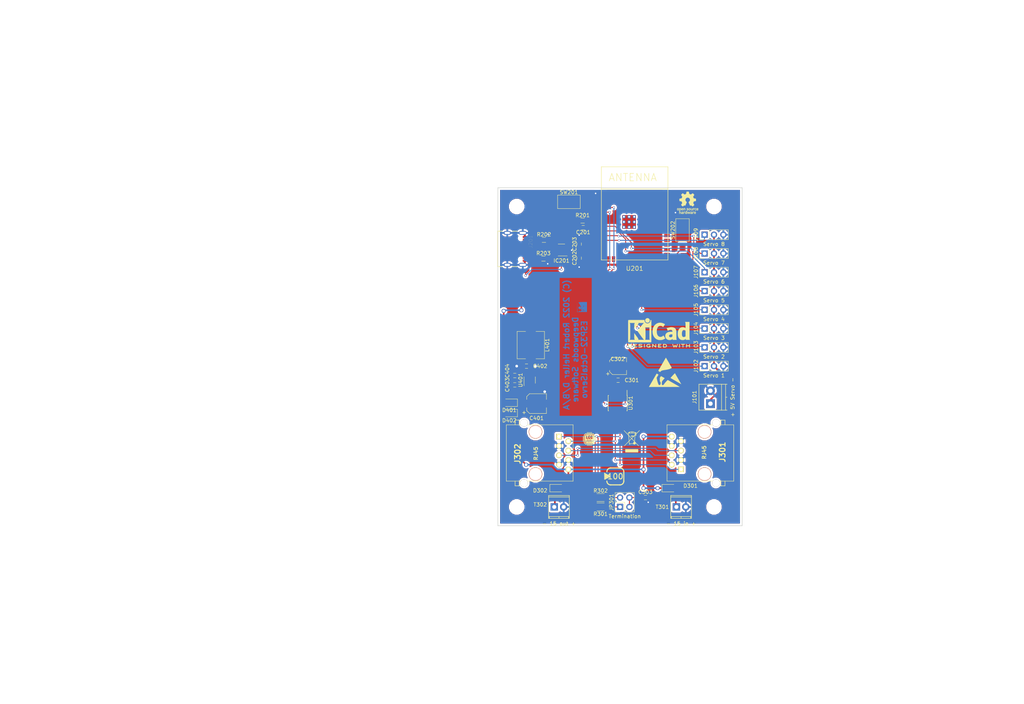
<source format=kicad_pcb>
(kicad_pcb (version 4) (host pcbnew 4.0.7+dfsg1-1ubuntu2)
  (layers (0 F.Cu signal) (31 B.Cu signal) (34 B.Paste user) (35 F.Paste user) (36 B.SilkS user) (37 F.SilkS user) (38 B.Mask user) (39 F.Mask user) (44 Edge.Cuts user))
  (net 0 "")
  (net 1 GND)
  (net 2 +3V3)
  (net 3 "Net-(C303-Pad1)")
  (net 4 "CAN +12V")
  (net 5 "Net-(D301-Pad2)")
  (net 6 "Net-(D302-Pad1)")
  (net 7 "/CAN Transciver/CANH")
  (net 8 "/CAN Transciver/CANL")
  (net 9 "Net-(J301-Pad4)")
  (net 10 "Net-(J301-Pad5)")
  (net 11 "Net-(JP301-Pad1)")
  (net 12 "Net-(JP301-Pad2)")
  (net 13 "/CAN Transciver/CAN_TX")
  (net 14 "/CAN Transciver/CAN_RX")
  (net 15 "Net-(U301-Pad5)")
  (net 16 "Net-(U301-Pad8)")
  (net 17 "Net-(J101-Pad1)")
  (net 18 /MCU/Servo0)
  (net 19 /MCU/Servo1)
  (net 20 /MCU/Servo2)
  (net 21 /MCU/Servo3)
  (net 22 /MCU/Servo4)
  (net 23 /MCU/Servo5)
  (net 24 /MCU/Servo6)
  (net 25 /MCU/Servo7)
  (net 26 "Net-(C402-Pad2)")
  (net 27 "Net-(C402-Pad1)")
  (net 28 /MCU/RESET)
  (net 29 /MCU/D-)
  (net 30 /MCU/D+)
  (net 31 "Net-(C401-Pad1)")
  (net 32 VBUS)
  (net 33 "Net-(IC201-Pad4)")
  (net 34 "Net-(IC201-Pad6)")
  (net 35 "Net-(J201-PadA8)")
  (net 36 "Net-(J201-PadB5)")
  (net 37 "Net-(J201-PadA5)")
  (net 38 "Net-(J201-PadB8)")
  (net 39 /MCU/BOOT)
  (net 40 "Net-(U201-Pad6)")
  (net 41 "Net-(U201-Pad7)")
  (net 42 "Net-(U201-Pad12)")
  (net 43 "Net-(U201-Pad15)")
  (net 44 "Net-(U201-Pad16)")
  (net 45 "Net-(U201-Pad17)")
  (net 46 "Net-(U201-Pad18)")
  (net 47 "Net-(U201-Pad23)")
  (net 48 "Net-(U201-Pad24)")
  (net 49 "Net-(U201-Pad25)")
  (net 50 "Net-(U201-Pad26)")
  (net 51 "Net-(U201-Pad28)")
  (net 52 "Net-(U201-Pad29)")
  (net 53 "Net-(U201-Pad30)")
  (net 54 "Net-(U201-Pad31)")
  (net 55 "Net-(U201-Pad32)")
  (net 56 "Net-(U201-Pad33)")
  (net 57 "Net-(U201-Pad34)")
  (net 58 "Net-(U201-Pad35)")
  (net 59 "Net-(U201-Pad36)")
  (net 60 "Net-(U201-Pad37)")
  (net 61 "Net-(U201-Pad38)")
  (net 62 "Net-(U201-Pad39)")
  (net 63 "Net-(U201-PadEPad)")
  (module Pin_Headers:Pin_Header_Straight_1x03_Pitch2.54mm (layer F.Cu) (at 200.66 104.14 90)
    (fp_text reference J103 (at 0 -2.33 90) (layer F.SilkS))
    (fp_text value "Servo 2" (at -2.54 2.54 180) (layer F.SilkS))
    (pad 1 thru_hole rect (at 0 0 90) (size 1.7 1.7) (drill 1) (layers *.Cu *.Mask) (net 19 /MCU/Servo1))
    (pad 2 thru_hole oval (at 0 2.54 90) (size 1.7 1.7) (drill 1) (layers *.Cu *.Mask) (net 17 "Net-(J101-Pad1)"))
    (pad 3 thru_hole oval (at 0 5.08 90) (size 1.7 1.7) (drill 1) (layers *.Cu *.Mask) (net 1 GND))
  )
  (module Inductors_SMD:L_7.3x7.3_H4.5 (layer F.Cu) (at 153.67 103.53 270)
    (fp_text reference L401 (at 0 -4.45 270) (layer F.SilkS))
    (fp_text value 3.9uH)
    (pad 1 smd rect (at -3.2 0 270) (size 1.5 2.2) (layers F.Cu F.Paste F.Mask) (net 2 +3V3))
    (pad 2 smd rect (at 3.2 0 270) (size 1.5 2.2) (layers F.Cu F.Paste F.Mask) (net 26 "Net-(C402-Pad2)"))
  )
  (module Capacitors_SMD:C_0603 (layer F.Cu) (at 177.28 113.03)
    (fp_text reference C301 (at 3.695 0) (layer F.SilkS))
    (fp_text value ".1 uf")
    (pad 2 smd rect (at 0.75 0) (size 0.8 0.75) (layers F.Cu F.Paste F.Mask) (net 1 GND))
    (pad 1 smd rect (at -0.75 0) (size 0.8 0.75) (layers F.Cu F.Paste F.Mask) (net 2 +3V3))
  )
  (module Capacitors_SMD:CP_Elec_4x5.7 (layer F.Cu) (at 177.27 109.22)
    (fp_text reference C302 (at -0.105 -1.905) (layer F.SilkS))
    (fp_text value "15 uf 15V")
    (fp_text user + (at -2.77 2.01) (layer F.SilkS))
    (pad 1 smd rect (at -1.8 0 180) (size 2.6 1.6) (layers F.Cu F.Paste F.Mask) (net 2 +3V3))
    (pad 2 smd rect (at 1.8 0 180) (size 2.6 1.6) (layers F.Cu F.Paste F.Mask) (net 1 GND))
  )
  (module Capacitors_SMD:C_0603 (layer F.Cu) (at 184.67 144.78)
    (fp_text reference C303 (at 0 -1.5) (layer F.SilkS))
    (fp_text value "47 nf")
    (pad 2 smd rect (at 0.75 0) (size 0.8 0.75) (layers F.Cu F.Paste F.Mask) (net 1 GND))
    (pad 1 smd rect (at -0.75 0) (size 0.8 0.75) (layers F.Cu F.Paste F.Mask) (net 3 "Net-(C303-Pad1)"))
  )
  (module Diodes_SMD:D_PowerDI-123 (layer F.Cu) (at 191.35 142.24)
    (fp_text reference D301 (at 5.5 -0.635) (layer F.SilkS))
    (fp_text value DFLS240-7)
    (pad 1 smd rect (at -0.85 0 180) (size 2.4 1.5) (layers F.Cu F.Paste F.Mask) (net 4 "CAN +12V"))
    (pad 2 smd rect (at 1.525 0 180) (size 1.05 1.5) (layers F.Cu F.Paste F.Mask) (net 5 "Net-(D301-Pad2)"))
  )
  (module Diodes_SMD:D_PowerDI-123 (layer F.Cu) (at 161.035 142.24)
    (fp_text reference D302 (at -4.825 0.635) (layer F.SilkS))
    (fp_text value DFLS240-7)
    (pad 1 smd rect (at -0.85 0 180) (size 2.4 1.5) (layers F.Cu F.Paste F.Mask) (net 6 "Net-(D302-Pad1)"))
    (pad 2 smd rect (at 1.525 0 180) (size 1.05 1.5) (layers F.Cu F.Paste F.Mask) (net 4 "CAN +12V"))
  )
  (module RJ45-8N-S:RJ45_8N-S (layer F.Cu) (at 200.66 132.715 90)
    (fp_text reference J301 (at 0.254 4.826 90) (layer F.SilkS) (effects (font (thickness 0.3048))))
    (fp_text value RJ45 (at 0.14224 -0.1016 90) (layer F.SilkS) (effects (font (size 1.00076 1.00076) (thickness 0.2032))))
    (pad "" np_thru_hole circle (at 5.715 0 90) (size 3.64998 3.64998) (drill 3.2512) (layers *.Cu *.SilkS *.Mask))
    (pad "" np_thru_hole circle (at -5.715 0 90) (size 3.64998 3.64998) (drill 3.2512) (layers *.Cu *.SilkS *.Mask))
    (pad 1 thru_hole rect (at -4.445 -6.35 90) (size 1.50114 1.50114) (drill 0.89916) (layers *.Cu *.Mask F.SilkS) (net 7 "/CAN Transciver/CANH"))
    (pad 2 thru_hole circle (at -3.175 -8.89 90) (size 1.50114 1.50114) (drill 0.89916) (layers *.Cu *.Mask F.SilkS) (net 8 "/CAN Transciver/CANL"))
    (pad 3 thru_hole circle (at -1.905 -6.35 90) (size 1.50114 1.50114) (drill 0.89916) (layers *.Cu *.Mask F.SilkS) (net 1 GND))
    (pad 4 thru_hole circle (at -0.635 -8.89 90) (size 1.50114 1.50114) (drill 0.89916) (layers *.Cu *.Mask F.SilkS) (net 9 "Net-(J301-Pad4)"))
    (pad 5 thru_hole circle (at 0.635 -6.35 90) (size 1.50114 1.50114) (drill 0.89916) (layers *.Cu *.Mask F.SilkS) (net 10 "Net-(J301-Pad5)"))
    (pad 6 thru_hole circle (at 1.905 -8.89 90) (size 1.50114 1.50114) (drill 0.89916) (layers *.Cu *.Mask F.SilkS) (net 1 GND))
    (pad 7 thru_hole circle (at 3.175 -6.35 90) (size 1.50114 1.50114) (drill 0.89916) (layers *.Cu *.Mask F.SilkS) (net 1 GND))
    (pad 8 thru_hole circle (at 4.445 -8.89 90) (size 1.50114 1.50114) (drill 0.89916) (layers *.Cu *.Mask F.SilkS) (net 4 "CAN +12V"))
    (pad "" thru_hole circle (at -8.128 3.048 90) (size 1.9304 1.9304) (drill 1.9304) (layers *.Cu *.Mask F.SilkS))
    (pad "" thru_hole circle (at 8.128 3.048 90) (size 1.9304 1.9304) (drill 1.9304) (layers *.Cu *.Mask F.SilkS))
  )
  (module RJ45-8N-S:RJ45_8N-S (layer F.Cu) (at 154.94 132.715 270)
    (fp_text reference J302 (at 0.254 4.826 270) (layer F.SilkS) (effects (font (thickness 0.3048))))
    (fp_text value RJ45 (at 0.14224 -0.1016 270) (layer F.SilkS) (effects (font (size 1.00076 1.00076) (thickness 0.2032))))
    (pad "" np_thru_hole circle (at 5.715 0 270) (size 3.64998 3.64998) (drill 3.2512) (layers *.Cu *.SilkS *.Mask))
    (pad "" np_thru_hole circle (at -5.715 0 270) (size 3.64998 3.64998) (drill 3.2512) (layers *.Cu *.SilkS *.Mask))
    (pad 1 thru_hole rect (at -4.445 -6.35 270) (size 1.50114 1.50114) (drill 0.89916) (layers *.Cu *.Mask F.SilkS) (net 7 "/CAN Transciver/CANH"))
    (pad 2 thru_hole circle (at -3.175 -8.89 270) (size 1.50114 1.50114) (drill 0.89916) (layers *.Cu *.Mask F.SilkS) (net 8 "/CAN Transciver/CANL"))
    (pad 3 thru_hole circle (at -1.905 -6.35 270) (size 1.50114 1.50114) (drill 0.89916) (layers *.Cu *.Mask F.SilkS) (net 1 GND))
    (pad 4 thru_hole circle (at -0.635 -8.89 270) (size 1.50114 1.50114) (drill 0.89916) (layers *.Cu *.Mask F.SilkS) (net 9 "Net-(J301-Pad4)"))
    (pad 5 thru_hole circle (at 0.635 -6.35 270) (size 1.50114 1.50114) (drill 0.89916) (layers *.Cu *.Mask F.SilkS) (net 10 "Net-(J301-Pad5)"))
    (pad 6 thru_hole circle (at 1.905 -8.89 270) (size 1.50114 1.50114) (drill 0.89916) (layers *.Cu *.Mask F.SilkS) (net 1 GND))
    (pad 7 thru_hole circle (at 3.175 -6.35 270) (size 1.50114 1.50114) (drill 0.89916) (layers *.Cu *.Mask F.SilkS) (net 1 GND))
    (pad 8 thru_hole circle (at 4.445 -8.89 270) (size 1.50114 1.50114) (drill 0.89916) (layers *.Cu *.Mask F.SilkS) (net 4 "CAN +12V"))
    (pad "" thru_hole circle (at -8.128 3.048 270) (size 1.9304 1.9304) (drill 1.9304) (layers *.Cu *.Mask F.SilkS))
    (pad "" thru_hole circle (at 8.128 3.048 270) (size 1.9304 1.9304) (drill 1.9304) (layers *.Cu *.Mask F.SilkS))
  )
  (module Pin_Headers:Pin_Header_Straight_2x02_Pitch2.54mm (layer F.Cu) (at 177.8 147.32 90)
    (fp_text reference JP301 (at 1.27 -2.33 90) (layer F.SilkS))
    (fp_text value Termination (at -2.54 1.27 180) (layer F.SilkS))
    (pad 1 thru_hole rect (at 0 0 90) (size 1.7 1.7) (drill 1) (layers *.Cu *.Mask) (net 11 "Net-(JP301-Pad1)"))
    (pad 2 thru_hole oval (at 2.54 0 90) (size 1.7 1.7) (drill 1) (layers *.Cu *.Mask) (net 12 "Net-(JP301-Pad2)"))
    (pad 3 thru_hole oval (at 0 2.54 90) (size 1.7 1.7) (drill 1) (layers *.Cu *.Mask) (net 3 "Net-(C303-Pad1)"))
    (pad 4 thru_hole oval (at 2.54 2.54 90) (size 1.7 1.7) (drill 1) (layers *.Cu *.Mask) (net 3 "Net-(C303-Pad1)"))
  )
  (module Resistors_SMD:R_1206 (layer F.Cu) (at 172.54 147.32)
    (fp_text reference R301 (at 0 1.905) (layer F.SilkS))
    (fp_text value "60 Ohms")
    (pad 1 smd rect (at -1.45 0) (size 0.9 1.7) (layers F.Cu F.Paste F.Mask) (net 7 "/CAN Transciver/CANH"))
    (pad 2 smd rect (at 1.45 0) (size 0.9 1.7) (layers F.Cu F.Paste F.Mask) (net 11 "Net-(JP301-Pad1)"))
  )
  (module Resistors_SMD:R_1206 (layer F.Cu) (at 172.54 144.78)
    (fp_text reference R302 (at 0 -1.85) (layer F.SilkS))
    (fp_text value "60 Ohms")
    (pad 1 smd rect (at -1.45 0) (size 0.9 1.7) (layers F.Cu F.Paste F.Mask) (net 8 "/CAN Transciver/CANL"))
    (pad 2 smd rect (at 1.45 0) (size 0.9 1.7) (layers F.Cu F.Paste F.Mask) (net 12 "Net-(JP301-Pad2)"))
  )
  (module Connectors_Terminal_Blocks:TerminalBlock_Pheonix_MPT-2.54mm_2pol (layer F.Cu) (at 193.04 147.32)
    (fp_text reference T301 (at -3.81 0) (layer F.SilkS))
    (fp_text value "- 15 in +" (at 1.27 4.50088) (layer F.SilkS))
    (pad 2 thru_hole oval (at 2.54 0) (size 1.99898 1.99898) (drill 1.09728) (layers *.Cu *.Mask) (net 1 GND))
    (pad 1 thru_hole rect (at 0 0) (size 1.99898 1.99898) (drill 1.09728) (layers *.Cu *.Mask) (net 5 "Net-(D301-Pad2)"))
  )
  (module Connectors_Terminal_Blocks:TerminalBlock_Pheonix_MPT-2.54mm_2pol (layer F.Cu) (at 160.02 147.32)
    (fp_text reference T302 (at -3.81 -0.635) (layer F.SilkS))
    (fp_text value "- 15 out +" (at 1.27 4.50088) (layer F.SilkS))
    (pad 2 thru_hole oval (at 2.54 0) (size 1.99898 1.99898) (drill 1.09728) (layers *.Cu *.Mask) (net 1 GND))
    (pad 1 thru_hole rect (at 0 0) (size 1.99898 1.99898) (drill 1.09728) (layers *.Cu *.Mask) (net 6 "Net-(D302-Pad1)"))
  )
  (module Housings_SOIC:SOIC-8_3.9x4.9mm_Pitch1.27mm (layer F.Cu) (at 177.165 119.22 270)
    (fp_text reference U301 (at 0 -3.5 270) (layer F.SilkS))
    (fp_text value TCAN332DR)
    (pad 1 smd rect (at -2.7 -1.905 270) (size 1.55 0.6) (layers F.Cu F.Paste F.Mask) (net 13 "/CAN Transciver/CAN_TX"))
    (pad 2 smd rect (at -2.7 -0.635 270) (size 1.55 0.6) (layers F.Cu F.Paste F.Mask) (net 1 GND))
    (pad 3 smd rect (at -2.7 0.635 270) (size 1.55 0.6) (layers F.Cu F.Paste F.Mask) (net 2 +3V3))
    (pad 4 smd rect (at -2.7 1.905 270) (size 1.55 0.6) (layers F.Cu F.Paste F.Mask) (net 14 "/CAN Transciver/CAN_RX"))
    (pad 5 smd rect (at 2.7 1.905 270) (size 1.55 0.6) (layers F.Cu F.Paste F.Mask) (net 15 "Net-(U301-Pad5)"))
    (pad 6 smd rect (at 2.7 0.635 270) (size 1.55 0.6) (layers F.Cu F.Paste F.Mask) (net 8 "/CAN Transciver/CANL"))
    (pad 7 smd rect (at 2.7 -0.635 270) (size 1.55 0.6) (layers F.Cu F.Paste F.Mask) (net 7 "/CAN Transciver/CANH"))
    (pad 8 smd rect (at 2.7 -1.905 270) (size 1.55 0.6) (layers F.Cu F.Paste F.Mask) (net 16 "Net-(U301-Pad8)"))
  )
  (module Connectors_Terminal_Blocks:TerminalBlock_Pheonix_PT-3.5mm_2pol (layer F.Cu) (at 202.24 119.38 90)
    (fp_text reference J101 (at 1.75 -4.3 90) (layer F.SilkS))
    (fp_text value "+ 5V Servo -" (at 1.75 6 90) (layer F.SilkS))
    (pad 2 thru_hole circle (at 3.5 0 90) (size 2.4 2.4) (drill 1.2) (layers *.Cu *.Mask) (net 1 GND))
    (pad 1 thru_hole rect (at 0 0 90) (size 2.4 2.4) (drill 1.2) (layers *.Cu *.Mask) (net 17 "Net-(J101-Pad1)"))
  )
  (module Pin_Headers:Pin_Header_Straight_1x03_Pitch2.54mm (layer F.Cu) (at 200.66 109.22 90)
    (fp_text reference J102 (at 0 -2.33 90) (layer F.SilkS))
    (fp_text value "Servo 1" (at -2.54 2.54 180) (layer F.SilkS))
    (pad 1 thru_hole rect (at 0 0 90) (size 1.7 1.7) (drill 1) (layers *.Cu *.Mask) (net 18 /MCU/Servo0))
    (pad 2 thru_hole oval (at 0 2.54 90) (size 1.7 1.7) (drill 1) (layers *.Cu *.Mask) (net 17 "Net-(J101-Pad1)"))
    (pad 3 thru_hole oval (at 0 5.08 90) (size 1.7 1.7) (drill 1) (layers *.Cu *.Mask) (net 1 GND))
  )
  (module Pin_Headers:Pin_Header_Straight_1x03_Pitch2.54mm (layer F.Cu) (at 200.66 99.06 90)
    (fp_text reference J104 (at 0 -2.33 90) (layer F.SilkS))
    (fp_text value "Servo 3" (at -2.54 2.54 180) (layer F.SilkS))
    (pad 1 thru_hole rect (at 0 0 90) (size 1.7 1.7) (drill 1) (layers *.Cu *.Mask) (net 20 /MCU/Servo2))
    (pad 2 thru_hole oval (at 0 2.54 90) (size 1.7 1.7) (drill 1) (layers *.Cu *.Mask) (net 17 "Net-(J101-Pad1)"))
    (pad 3 thru_hole oval (at 0 5.08 90) (size 1.7 1.7) (drill 1) (layers *.Cu *.Mask) (net 1 GND))
  )
  (module Pin_Headers:Pin_Header_Straight_1x03_Pitch2.54mm (layer F.Cu) (at 200.66 93.98 90)
    (fp_text reference J105 (at 0 -2.33 90) (layer F.SilkS))
    (fp_text value "Servo 4" (at -2.54 2.54 180) (layer F.SilkS))
    (pad 1 thru_hole rect (at 0 0 90) (size 1.7 1.7) (drill 1) (layers *.Cu *.Mask) (net 21 /MCU/Servo3))
    (pad 2 thru_hole oval (at 0 2.54 90) (size 1.7 1.7) (drill 1) (layers *.Cu *.Mask) (net 17 "Net-(J101-Pad1)"))
    (pad 3 thru_hole oval (at 0 5.08 90) (size 1.7 1.7) (drill 1) (layers *.Cu *.Mask) (net 1 GND))
  )
  (module Pin_Headers:Pin_Header_Straight_1x03_Pitch2.54mm (layer F.Cu) (at 200.66 88.9 90)
    (fp_text reference J106 (at 0 -2.33 90) (layer F.SilkS))
    (fp_text value "Servo 5" (at -2.54 2.54 180) (layer F.SilkS))
    (pad 1 thru_hole rect (at 0 0 90) (size 1.7 1.7) (drill 1) (layers *.Cu *.Mask) (net 22 /MCU/Servo4))
    (pad 2 thru_hole oval (at 0 2.54 90) (size 1.7 1.7) (drill 1) (layers *.Cu *.Mask) (net 17 "Net-(J101-Pad1)"))
    (pad 3 thru_hole oval (at 0 5.08 90) (size 1.7 1.7) (drill 1) (layers *.Cu *.Mask) (net 1 GND))
  )
  (module Pin_Headers:Pin_Header_Straight_1x03_Pitch2.54mm (layer F.Cu) (at 200.66 83.82 90)
    (fp_text reference J107 (at 0 -2.33 90) (layer F.SilkS))
    (fp_text value "Servo 6" (at -2.54 2.54 180) (layer F.SilkS))
    (pad 1 thru_hole rect (at 0 0 90) (size 1.7 1.7) (drill 1) (layers *.Cu *.Mask) (net 23 /MCU/Servo5))
    (pad 2 thru_hole oval (at 0 2.54 90) (size 1.7 1.7) (drill 1) (layers *.Cu *.Mask) (net 17 "Net-(J101-Pad1)"))
    (pad 3 thru_hole oval (at 0 5.08 90) (size 1.7 1.7) (drill 1) (layers *.Cu *.Mask) (net 1 GND))
  )
  (module Pin_Headers:Pin_Header_Straight_1x03_Pitch2.54mm (layer F.Cu) (at 200.66 78.74 90)
    (fp_text reference J108 (at 0 -2.33 90) (layer F.SilkS))
    (fp_text value "Servo 7" (at -2.54 2.54 180) (layer F.SilkS))
    (pad 1 thru_hole rect (at 0 0 90) (size 1.7 1.7) (drill 1) (layers *.Cu *.Mask) (net 24 /MCU/Servo6))
    (pad 2 thru_hole oval (at 0 2.54 90) (size 1.7 1.7) (drill 1) (layers *.Cu *.Mask) (net 17 "Net-(J101-Pad1)"))
    (pad 3 thru_hole oval (at 0 5.08 90) (size 1.7 1.7) (drill 1) (layers *.Cu *.Mask) (net 1 GND))
  )
  (module Pin_Headers:Pin_Header_Straight_1x03_Pitch2.54mm (layer F.Cu) (at 200.66 73.66 90)
    (fp_text reference J109 (at 0 -2.33 90) (layer F.SilkS))
    (fp_text value "Servo 8" (at -2.54 2.54 180) (layer F.SilkS))
    (pad 1 thru_hole rect (at 0 0 90) (size 1.7 1.7) (drill 1) (layers *.Cu *.Mask) (net 25 /MCU/Servo7))
    (pad 2 thru_hole oval (at 0 2.54 90) (size 1.7 1.7) (drill 1) (layers *.Cu *.Mask) (net 17 "Net-(J101-Pad1)"))
    (pad 3 thru_hole oval (at 0 5.08 90) (size 1.7 1.7) (drill 1) (layers *.Cu *.Mask) (net 1 GND))
  )
  (module Mounting_Holes:MountingHole_3.2mm_M3 (layer F.Cu) (at 203.2 66.04)
    (fp_text reference REF** hide)
    (fp_text value MountingHole_3.2mm_M3 hide)
    (pad 1 np_thru_hole circle (at 0 0) (size 3.2 3.2) (drill 3.2) (layers *.Cu *.Mask))
  )
  (module Mounting_Holes:MountingHole_3.2mm_M3 (layer F.Cu) (at 203.2 147.32)
    (fp_text reference REF** hide)
    (fp_text value MountingHole_3.2mm_M3 hide)
    (pad 1 np_thru_hole circle (at 0 0) (size 3.2 3.2) (drill 3.2) (layers *.Cu *.Mask))
  )
  (module Mounting_Holes:MountingHole_3.2mm_M3 (layer F.Cu) (at 149.86 147.32)
    (fp_text reference REF** hide)
    (fp_text value MountingHole_3.2mm_M3 hide)
    (pad 1 np_thru_hole circle (at 0 0) (size 3.2 3.2) (drill 3.2) (layers *.Cu *.Mask))
  )
  (module Mounting_Holes:MountingHole_3.2mm_M3 (layer F.Cu) (at 149.86 66.04)
    (fp_text reference REF** hide)
    (fp_text value MountingHole_3.2mm_M3 hide)
    (pad 1 np_thru_hole circle (at 0 0) (size 3.2 3.2) (drill 3.2) (layers *.Cu *.Mask))
  )
  (module DWSLogoBCU:DWSLogoBCU (layer F.Cu) (at 167.513 93.218 90)
    (fp_text reference "" (at 0 0 90) (layer F.SilkS))
    (fp_text value "" (at 0 0 90) (layer F.SilkS))
    (fp_poly (pts (xy 1.397 -1.31826) (xy 0.0635 -1.29286) (xy -1.27 -1.26492) (xy -1.27 -1.01854) (xy -1.2192 -0.79502) (xy -1.12268 -0.6858) (xy -1.04648 -0.61722) (xy -1.0795 -0.5969) (xy -1.16586 -0.52324) (xy -1.18618 -0.42418) (xy -1.15824 -0.28956) (xy -1.12268 -0.26416) (xy -0.9779 -0.26416) (xy -0.97028 -0.20828) (xy -1.016 -0.17018) (xy -1.06934 -0.11176) (xy -0.9779 -0.0889) (xy -0.889 -0.0889) (xy -0.72898 -0.09906) (xy -0.7239 -0.1397) (xy -0.762 -0.17018) (xy -0.83312 -0.23368) (xy -0.75184 -0.254) (xy -0.71882 -0.254) (xy -0.51054 -0.30226) (xy -0.42418 -0.34798) (xy -0.34544 -0.41402) (xy -0.41148 -0.40386) (xy -0.43688 -0.3937) (xy -0.58166 -0.41656) (xy -0.62738 -0.47752) (xy -0.6731 -0.62738) (xy -0.635 -0.67564) (xy -0.58928 -0.67818) (xy -0.54102 -0.62484) (xy -0.5588 -0.57912) (xy -0.56896 -0.5207) (xy -0.52832 -0.53848) (xy -0.47244 -0.65532) (xy -0.48006 -0.75184) (xy -0.4572 -0.90424) (xy -0.30988 -0.9779) (xy -0.09144 -0.95758) (xy 0.04572 -0.86614) (xy 0.0635 -0.77216) (xy 0.09652 -0.66802) (xy 0.15494 -0.65786) (xy 0.22352 -0.63246) (xy 0.21336 -0.59436) (xy 0.0889 -0.51562) (xy 0.0381 -0.508) (xy -0.07366 -0.46482) (xy -0.05588 -0.37338) (xy 0.04318 -0.30734) (xy 0.19304 -0.32512) (xy 0.3429 -0.42926) (xy 0.49276 -0.53594) (xy 0.5969 -0.54864) (xy 0.69088 -0.56896) (xy 0.72898 -0.62992) (xy 0.80772 -0.71882) (xy 0.85598 -0.71374) (xy 0.94488 -0.7366) (xy 0.98298 -0.8001) (xy 1.08966 -0.91694) (xy 1.22428 -0.90678) (xy 1.2954 -0.81788) (xy 1.31318 -0.69088) (xy 1.32842 -0.43434) (xy 1.34112 -0.08382) (xy 1.34874 0.32512) (xy 1.35636 1.35382) (xy 0.84582 1.35382) (xy 0.84582 -0.21082) (xy 0.80518 -0.254) (xy 0.762 -0.21082) (xy 0.80518 -0.17018) (xy 0.84582 -0.21082) (xy 0.84582 1.35382) (xy 0.508 1.35382) (xy 0.508 -0.127) (xy 0.508 -0.381) (xy 0.46482 -0.42418) (xy 0.42418 -0.381) (xy 0.46482 -0.33782) (xy 0.508 -0.381) (xy 0.508 -0.127) (xy 0.46482 -0.17018) (xy 0.42418 -0.127) (xy 0.46482 -0.08382) (xy 0.508 -0.127) (xy 0.508 1.35382) (xy 0.33782 1.35382) (xy 0.33782 0.46482) (xy 0.2921 0.35306) (xy 0.254 0.33782) (xy 0.1778 0.4064) (xy 0.17018 0.46482) (xy 0.21336 0.57912) (xy 0.254 0.59182) (xy 0.32766 0.52324) (xy 0.33782 0.46482) (xy 0.33782 1.35382) (xy 0.32258 1.35382) (xy 0.32258 1.06934) (xy 0.30988 1.04394) (xy 0.20828 1.03378) (xy 0.19812 1.04394) (xy 0.20828 1.09474) (xy 0.254 1.09982) (xy 0.32258 1.06934) (xy 0.32258 1.35382) (xy 0.14986 1.35382) (xy 0.14986 -0.12954) (xy 0.1397 -0.14224) (xy 0.09144 -0.12954) (xy 0.08382 -0.08382) (xy 0.1143 -0.01524) (xy 0.1397 -0.02794) (xy 0.14986 -0.12954) (xy 0.14986 1.35382) (xy 0.06858 1.35382) (xy 0.06858 0.30734) (xy 0.05588 0.28194) (xy -0.04572 0.27178) (xy -0.05588 0.28194) (xy -0.04572 0.33274) (xy 0 0.33782) (xy 0.06858 0.30734) (xy 0.06858 1.35382) (xy 0 1.35382) (xy 0 1.05918) (xy -0.04318 1.016) (xy -0.08382 1.05918) (xy -0.04318 1.09982) (xy 0 1.05918) (xy 0 1.35382) (xy -0.17018 1.35382) (xy -0.17018 -0.29718) (xy -0.21082 -0.33782) (xy -0.254 -0.29718) (xy -0.21082 -0.254) (xy -0.17018 -0.29718) (xy -0.17018 1.35382) (xy -0.18796 1.35382) (xy -0.18796 -0.04572) (xy -0.19812 -0.05588) (xy -0.24892 -0.04572) (xy -0.254 0) (xy -0.22352 0.06858) (xy -0.19812 0.05588) (xy -0.18796 -0.04572) (xy -0.18796 1.35382) (xy -0.37846 1.35382) (xy -0.37846 -0.1524) (xy -0.4699 -0.14478) (xy -0.53086 -0.09652) (xy -0.5842 -0.0254) (xy -0.50038 -0.04318) (xy -0.4826 -0.04826) (xy -0.381 -0.1143) (xy -0.37846 -0.1524) (xy -0.37846 1.35382) (xy -0.6985 1.35382) (xy -0.6985 0.4953) (xy -0.70612 0.44958) (xy -0.75946 0.38354) (xy -0.81534 0.23368) (xy -0.8001 0.16002) (xy -0.78486 0.09652) (xy -0.83312 0.11938) (xy -0.92456 0.24638) (xy -0.89916 0.39116) (xy -0.8255 0.45212) (xy -0.6985 0.4953) (xy -0.6985 1.35382) (xy -0.84582 1.35382) (xy -0.84582 0.59436) (xy -0.90932 0.54864) (xy -0.97282 0.56134) (xy -1.08458 0.6223) (xy -1.09982 0.64262) (xy -1.03124 0.6731) (xy -0.97282 0.67818) (xy -0.86106 0.63246) (xy -0.84582 0.59436) (xy -0.84582 1.35382) (xy -0.93218 1.35382) (xy -0.93218 1.05918) (xy -0.97282 1.016) (xy -1.016 1.05918) (xy -1.016 0.889) (xy -1.05918 0.84582) (xy -1.09982 0.889) (xy -1.05918 0.93218) (xy -1.016 0.889) (xy -1.016 1.05918) (xy -0.97282 1.09982) (xy -0.93218 1.05918) (xy -0.93218 1.35382) (xy -1.11506 1.35382) (xy -1.11506 0.22352) (xy -1.1303 0.19812) (xy -1.22936 0.18796) (xy -1.24206 0.19812) (xy -1.22936 0.24638) (xy -1.18618 0.254) (xy -1.11506 0.22352) (xy -1.11506 1.35382) (xy -1.12014 1.35382) (xy -1.12014 0.37846) (xy -1.1303 0.36576) (xy -1.17856 0.37846) (xy -1.18618 0.42418) (xy -1.1557 0.49276) (xy -1.1303 0.48006) (xy -1.12014 0.37846) (xy -1.12014 1.35382) (xy -1.35382 1.35382) (xy -1.35382 0) (xy -1.35382 -1.35382) (xy 0.02032 -1.33604) (xy 1.397 -1.31826) (xy 1.397 -1.31826)) (layer B.Cu) (width 0.00254))
  )
  (module LCC_LOGO:LCC_LOGO_4.5x4.5 (layer F.Cu) (at 169.545 128.905)
    (fp_text reference G*** hide)
    (fp_text value LCC hide)
  )
  (module Symbols:ESD-Logo_8.9x8mm_SilkScreen (layer F.Cu) (at 189.992 110.871)
    (fp_text reference REF*** hide)
    (fp_text value ESD-Logo_8.9x8mm_SilkScreen hide)
  )
  (module Symbols:KiCad-Logo2_8mm_SilkScreen (layer F.Cu) (at 188.341 100.203)
    (fp_text reference REF*** hide)
    (fp_text value KiCad-Logo2_8mm_SilkScreen hide)
  )
  (module Symbols:OSHW-Logo_5.7x6mm_SilkScreen (layer F.Cu) (at 196.088 65.024)
    (fp_text reference REF*** hide)
    (fp_text value OSHW-Logo_5.7x6mm_SilkScreen hide)
  )
  (module Symbols:WEEE-Logo_4.2x6mm_SilkScreen (layer F.Cu) (at 180.975 129.54)
    (fp_text reference REF*** hide)
    (fp_text value WEEE-Logo_4.2x6mm_SilkScreen hide)
  )
  (module PowerLabels:PowerLabel-100 (layer F.Cu) (at 176.53 139.065)
    (fp_text reference REF** hide)
    (fp_text value PowerLabel-100 hide)
    (fp_text user 100 (at 0 0) (layer F.SilkS) (effects (font (size 1.5 1.5) (thickness 0.225))))
  )
  (module Capacitors_SMD:CP_Elec_5x5.3 (layer F.Cu) (at 155.235 119.38)
    (fp_text reference C401 (at 0 3.92) (layer F.SilkS))
    (fp_text value 10uf)
    (fp_text user + (at -3.38 2.34) (layer F.SilkS))
    (pad 1 smd rect (at -2.2 0 180) (size 3 1.6) (layers F.Cu F.Paste F.Mask) (net 31 "Net-(C401-Pad1)"))
    (pad 2 smd rect (at 2.2 0 180) (size 3 1.6) (layers F.Cu F.Paste F.Mask) (net 1 GND))
  )
  (module Capacitors_SMD:C_0603 (layer F.Cu) (at 152.515 109.22)
    (fp_text reference C402 (at 3.695 0) (layer F.SilkS))
    (fp_text value 100nf)
    (pad 2 smd rect (at 0.75 0) (size 0.8 0.75) (layers F.Cu F.Paste F.Mask) (net 26 "Net-(C402-Pad2)"))
    (pad 1 smd rect (at -0.75 0) (size 0.8 0.75) (layers F.Cu F.Paste F.Mask) (net 27 "Net-(C402-Pad1)"))
  )
  (module Capacitors_SMD:C_0603 (layer F.Cu) (at 149.34 114.3)
    (fp_text reference C403 (at -2.02 0 90) (layer F.SilkS))
    (fp_text value 22uf)
    (pad 2 smd rect (at 0.75 0) (size 0.8 0.75) (layers F.Cu F.Paste F.Mask) (net 1 GND))
    (pad 1 smd rect (at -0.75 0) (size 0.8 0.75) (layers F.Cu F.Paste F.Mask) (net 2 +3V3))
  )
  (module Capacitors_SMD:C_0603 (layer F.Cu) (at 149.34 111.76)
    (fp_text reference C404 (at -2.02 -1.27 90) (layer F.SilkS))
    (fp_text value 22uf)
    (pad 2 smd rect (at 0.75 0) (size 0.8 0.75) (layers F.Cu F.Paste F.Mask) (net 1 GND))
    (pad 1 smd rect (at -0.75 0) (size 0.8 0.75) (layers F.Cu F.Paste F.Mask) (net 2 +3V3))
  )
  (module TO_SOT_Packages_SMD:TSOT-23-6_MK06A (layer F.Cu) (at 153.35 112.99 90)
    (fp_text reference U401 (at 0 -2.45 90) (layer F.SilkS))
    (fp_text value AP63203)
    (pad 1 smd rect (at -1.31 -0.95 90) (size 1.22 0.65) (layers F.Cu F.Paste F.Mask) (net 2 +3V3))
    (pad 2 smd rect (at -1.31 0 90) (size 1.22 0.65) (layers F.Cu F.Paste F.Mask) (net 31 "Net-(C401-Pad1)"))
    (pad 3 smd rect (at -1.31 0.95 90) (size 1.22 0.65) (layers F.Cu F.Paste F.Mask) (net 31 "Net-(C401-Pad1)"))
    (pad 4 smd rect (at 1.31 0.95 90) (size 1.22 0.65) (layers F.Cu F.Paste F.Mask) (net 1 GND))
    (pad 5 smd rect (at 1.31 0 90) (size 1.22 0.65) (layers F.Cu F.Paste F.Mask) (net 26 "Net-(C402-Pad2)"))
    (pad 6 smd rect (at 1.31 -0.95 90) (size 1.22 0.65) (layers F.Cu F.Paste F.Mask) (net 27 "Net-(C402-Pad1)"))
  )
  (module Capacitors_SMD:C_0603_HandSoldering (layer F.Cu) (at 167.833 71.755 180)
    (fp_text reference C201 (at 0 -1.25 180) (layer F.SilkS))
    (fp_text value 1uf)
    (pad 1 smd rect (at -0.95 0 180) (size 1.2 0.75) (layers F.Cu F.Paste F.Mask) (net 28 /MCU/RESET))
    (pad 2 smd rect (at 0.95 0 180) (size 1.2 0.75) (layers F.Cu F.Paste F.Mask) (net 1 GND))
  )
  (module Capacitors_SMD:C_0603_HandSoldering (layer F.Cu) (at 166.751 80.01 90)
    (fp_text reference C202 (at 0 -1.25 90) (layer F.SilkS))
    (fp_text value 22pf)
    (pad 1 smd rect (at -0.95 0 90) (size 1.2 0.75) (layers F.Cu F.Paste F.Mask) (net 1 GND))
    (pad 2 smd rect (at 0.95 0 90) (size 1.2 0.75) (layers F.Cu F.Paste F.Mask) (net 30 /MCU/D+))
  )
  (module Capacitors_SMD:C_0603_HandSoldering (layer F.Cu) (at 166.751 76.2 90)
    (fp_text reference C203 (at 0 -1.25 90) (layer F.SilkS))
    (fp_text value 22pf)
    (pad 1 smd rect (at -0.95 0 90) (size 1.2 0.75) (layers F.Cu F.Paste F.Mask) (net 29 /MCU/D-))
    (pad 2 smd rect (at 0.95 0 90) (size 1.2 0.75) (layers F.Cu F.Paste F.Mask) (net 1 GND))
  )
  (module Diodes_SMD:D_PowerDI-123 (layer F.Cu) (at 147.867 119.126 180)
    (fp_text reference D401 (at 0 -2 180) (layer F.SilkS))
    (fp_text value DFLS240-7)
    (pad 1 smd rect (at -0.85 0) (size 2.4 1.5) (layers F.Cu F.Paste F.Mask) (net 31 "Net-(C401-Pad1)"))
    (pad 2 smd rect (at 1.525 0) (size 1.05 1.5) (layers F.Cu F.Paste F.Mask) (net 32 VBUS))
  )
  (module Diodes_SMD:D_PowerDI-123 (layer F.Cu) (at 147.867 121.92 180)
    (fp_text reference D402 (at 0 -2 180) (layer F.SilkS))
    (fp_text value DFLS240-7)
    (pad 1 smd rect (at -0.85 0) (size 2.4 1.5) (layers F.Cu F.Paste F.Mask) (net 31 "Net-(C401-Pad1)"))
    (pad 2 smd rect (at 1.525 0) (size 1.05 1.5) (layers F.Cu F.Paste F.Mask) (net 4 "CAN +12V"))
  )
  (module TO_SOT_Packages_SMD:SOT-23-6 (layer F.Cu) (at 161.968 77.79 180)
    (fp_text reference IC201 (at 0 -2.9 180) (layer F.SilkS))
    (fp_text value USBLC6-2SC6)
    (pad 1 smd rect (at -1.1 -0.95 180) (size 1.06 0.65) (layers F.Cu F.Paste F.Mask) (net 30 /MCU/D+))
    (pad 2 smd rect (at -1.1 0 180) (size 1.06 0.65) (layers F.Cu F.Paste F.Mask) (net 1 GND))
    (pad 3 smd rect (at -1.1 0.95 180) (size 1.06 0.65) (layers F.Cu F.Paste F.Mask) (net 29 /MCU/D-))
    (pad 4 smd rect (at 1.1 0.95 180) (size 1.06 0.65) (layers F.Cu F.Paste F.Mask) (net 33 "Net-(IC201-Pad4)"))
    (pad 6 smd rect (at 1.1 -0.95 180) (size 1.06 0.65) (layers F.Cu F.Paste F.Mask) (net 34 "Net-(IC201-Pad6)"))
    (pad 5 smd rect (at 1.1 0 180) (size 1.06 0.65) (layers F.Cu F.Paste F.Mask) (net 32 VBUS))
  )
  (module GCT_USB:GCT_USB4105-GF-A (layer F.Cu) (at 147.32 77.495 270)
    (fp_text reference J201 (at -1.925 -6.335 270) (layer F.SilkS) (effects (font (thickness 0.015))))
    (fp_text value GCT_USB4105)
    (pad G1 thru_hole oval (at -4.32 0 270) (size 1 2) (drill oval 0.6 1.4) (layers *.Cu *.Mask) (net 1 GND))
    (pad G2 thru_hole oval (at 4.32 0 270) (size 1 2) (drill oval 0.6 1.4) (layers *.Cu *.Mask) (net 1 GND))
    (pad G3 thru_hole oval (at -4.32 -4.18 270) (size 1.05 2.1) (drill oval 0.6 1.7) (layers *.Cu *.Mask) (net 1 GND))
    (pad G4 thru_hole oval (at 4.32 -4.18 270) (size 1.05 2.1) (drill oval 0.6 1.7) (layers *.Cu *.Mask) (net 1 GND))
    (pad None np_thru_hole circle (at 2.89 -3.68 270) (size 0.65 0.65) (drill 0.65) (layers *.Cu *.Mask))
    (pad None np_thru_hole circle (at -2.89 -3.68 270) (size 0.65 0.65) (drill 0.65) (layers *.Cu *.Mask))
    (pad A1/B smd rect (at -3.2 -4.755 270) (size 0.6 1.15) (layers F.Cu F.Paste F.Mask) (net 1 GND))
    (pad B1/A smd rect (at 3.2 -4.755 270) (size 0.6 1.15) (layers F.Cu F.Paste F.Mask) (net 1 GND))
    (pad A4/B smd rect (at -2.4 -4.755 270) (size 0.6 1.15) (layers F.Cu F.Paste F.Mask) (net 32 VBUS))
    (pad B4/A smd rect (at 2.4 -4.755 270) (size 0.6 1.15) (layers F.Cu F.Paste F.Mask) (net 32 VBUS))
    (pad A7 smd rect (at 0.25 -4.755 270) (size 0.3 1.15) (layers F.Cu F.Paste F.Mask) (net 33 "Net-(IC201-Pad4)"))
    (pad A6 smd rect (at -0.25 -4.755 270) (size 0.3 1.15) (layers F.Cu F.Paste F.Mask) (net 34 "Net-(IC201-Pad6)"))
    (pad B6 smd rect (at 0.75 -4.755 270) (size 0.3 1.15) (layers F.Cu F.Paste F.Mask) (net 34 "Net-(IC201-Pad6)"))
    (pad A8 smd rect (at 1.25 -4.755 270) (size 0.3 1.15) (layers F.Cu F.Paste F.Mask) (net 35 "Net-(J201-PadA8)"))
    (pad B5 smd rect (at 1.75 -4.755 270) (size 0.3 1.15) (layers F.Cu F.Paste F.Mask) (net 36 "Net-(J201-PadB5)"))
    (pad B7 smd rect (at -0.75 -4.755 270) (size 0.3 1.15) (layers F.Cu F.Paste F.Mask) (net 33 "Net-(IC201-Pad4)"))
    (pad A5 smd rect (at -1.25 -4.755 270) (size 0.3 1.15) (layers F.Cu F.Paste F.Mask) (net 37 "Net-(J201-PadA5)"))
    (pad B8 smd rect (at -1.75 -4.755 270) (size 0.3 1.15) (layers F.Cu F.Paste F.Mask) (net 38 "Net-(J201-PadB8)"))
  )
  (module Resistors_SMD:R_0603_HandSoldering (layer F.Cu) (at 167.683 69.85)
    (fp_text reference R201 (at 0 -1.45) (layer F.SilkS))
    (fp_text value 10K)
    (pad 1 smd rect (at -1.1 0) (size 1.2 0.9) (layers F.Cu F.Paste F.Mask) (net 2 +3V3))
    (pad 2 smd rect (at 1.1 0) (size 1.2 0.9) (layers F.Cu F.Paste F.Mask) (net 28 /MCU/RESET))
  )
  (module Resistors_SMD:R_0603_HandSoldering (layer F.Cu) (at 157.226 75.057)
    (fp_text reference R202 (at 0 -1.45) (layer F.SilkS))
    (fp_text value 5.1K)
    (pad 1 smd rect (at -1.1 0) (size 1.2 0.9) (layers F.Cu F.Paste F.Mask) (net 37 "Net-(J201-PadA5)"))
    (pad 2 smd rect (at 1.1 0) (size 1.2 0.9) (layers F.Cu F.Paste F.Mask) (net 1 GND))
  )
  (module Resistors_SMD:R_0603_HandSoldering (layer F.Cu) (at 157.099 80.137)
    (fp_text reference R203 (at 0 -1.45) (layer F.SilkS))
    (fp_text value 5.1K)
    (pad 1 smd rect (at -1.1 0) (size 1.2 0.9) (layers F.Cu F.Paste F.Mask) (net 36 "Net-(J201-PadB5)"))
    (pad 2 smd rect (at 1.1 0) (size 1.2 0.9) (layers F.Cu F.Paste F.Mask) (net 1 GND))
  )
  (module Buttons_Switches_SMD:SW_SPST_FSMSM (layer F.Cu) (at 163.975 64.77)
    (fp_text reference SW201 (at 0 -2.6) (layer F.SilkS))
    (fp_text value RESET)
    (pad 1 smd rect (at -4.59 0) (size 2.18 1.6) (layers F.Cu F.Paste F.Mask) (net 1 GND))
    (pad 2 smd rect (at 4.59 0) (size 2.18 1.6) (layers F.Cu F.Paste F.Mask) (net 28 /MCU/RESET))
  )
  (module Buttons_Switches_SMD:SW_SPST_FSMSM (layer F.Cu) (at 194.691 72.408 90)
    (fp_text reference SW202 (at 0 -2.6 90) (layer F.SilkS))
    (fp_text value BOOT)
    (pad 1 smd rect (at -4.59 0 90) (size 2.18 1.6) (layers F.Cu F.Paste F.Mask) (net 39 /MCU/BOOT))
    (pad 2 smd rect (at 4.59 0 90) (size 2.18 1.6) (layers F.Cu F.Paste F.Mask) (net 1 GND))
  )
  (module ESP32-WROOM:ESP32_S3_WROOM-1 (layer F.Cu) (at 181.75 71.374)
    (fp_text reference U201 (at 0 11.43) (layer F.SilkS) (effects (font (size 1.2 1.2))))
    (fp_text value ESP32_S3-DEVKIT)
    (fp_text user ANTENNA (at -0.508 -13.208) (layer F.SilkS) (effects (font (size 2 2))))
    (pad 1 smd rect (at -8.75 -8.89) (size 1.5 0.9) (layers F.Cu F.Paste F.Mask) (net 1 GND))
    (pad 2 smd rect (at -8.75 -7.62) (size 1.5 0.9) (layers F.Cu F.Paste F.Mask) (net 2 +3V3))
    (pad 3 smd rect (at -8.75 -6.35) (size 1.5 0.9) (layers F.Cu F.Paste F.Mask) (net 28 /MCU/RESET))
    (pad 4 smd rect (at -8.75 -5.08) (size 1.5 0.9) (layers F.Cu F.Paste F.Mask) (net 14 "/CAN Transciver/CAN_RX"))
    (pad 5 smd rect (at -8.75 -3.81) (size 1.5 0.9) (layers F.Cu F.Paste F.Mask) (net 13 "/CAN Transciver/CAN_TX"))
    (pad 6 smd rect (at -8.75 -2.54) (size 1.5 0.9) (layers F.Cu F.Paste F.Mask) (net 40 "Net-(U201-Pad6)"))
    (pad 7 smd rect (at -8.75 -1.27) (size 1.5 0.9) (layers F.Cu F.Paste F.Mask) (net 41 "Net-(U201-Pad7)"))
    (pad 8 smd rect (at -8.75 0) (size 1.5 0.9) (layers F.Cu F.Paste F.Mask) (net 22 /MCU/Servo4))
    (pad 9 smd rect (at -8.75 1.27) (size 1.5 0.9) (layers F.Cu F.Paste F.Mask) (net 23 /MCU/Servo5))
    (pad 10 smd rect (at -8.75 2.54) (size 1.5 0.9) (layers F.Cu F.Paste F.Mask) (net 24 /MCU/Servo6))
    (pad 11 smd rect (at -8.75 3.81) (size 1.5 0.9) (layers F.Cu F.Paste F.Mask) (net 25 /MCU/Servo7))
    (pad 12 smd rect (at -8.75 5.08) (size 1.5 0.9) (layers F.Cu F.Paste F.Mask) (net 42 "Net-(U201-Pad12)"))
    (pad 13 smd rect (at -8.75 6.35) (size 1.5 0.9) (layers F.Cu F.Paste F.Mask) (net 29 /MCU/D-))
    (pad 14 smd rect (at -8.75 7.62) (size 1.5 0.9) (layers F.Cu F.Paste F.Mask) (net 30 /MCU/D+))
    (pad 15 smd rect (at -6.985 8.87) (size 0.9 1.5) (layers F.Cu F.Paste F.Mask) (net 43 "Net-(U201-Pad15)"))
    (pad 16 smd rect (at -5.715 8.87) (size 0.9 1.5) (layers F.Cu F.Paste F.Mask) (net 44 "Net-(U201-Pad16)"))
    (pad 17 smd rect (at -4.445 8.87) (size 0.9 1.5) (layers F.Cu F.Paste F.Mask) (net 45 "Net-(U201-Pad17)"))
    (pad 18 smd rect (at -3.175 8.87) (size 0.9 1.5) (layers F.Cu F.Paste F.Mask) (net 46 "Net-(U201-Pad18)"))
    (pad 19 smd rect (at -1.905 8.87) (size 0.9 1.5) (layers F.Cu F.Paste F.Mask) (net 18 /MCU/Servo0))
    (pad 20 smd rect (at -0.635 8.87) (size 0.9 1.5) (layers F.Cu F.Paste F.Mask) (net 19 /MCU/Servo1))
    (pad 21 smd rect (at 0.635 8.87) (size 0.9 1.5) (layers F.Cu F.Paste F.Mask) (net 20 /MCU/Servo2))
    (pad 22 smd rect (at 1.905 8.87) (size 0.9 1.5) (layers F.Cu F.Paste F.Mask) (net 21 /MCU/Servo3))
    (pad 23 smd rect (at 3.175 8.87) (size 0.9 1.5) (layers F.Cu F.Paste F.Mask) (net 47 "Net-(U201-Pad23)"))
    (pad 24 smd rect (at 4.445 8.87) (size 0.9 1.5) (layers F.Cu F.Paste F.Mask) (net 48 "Net-(U201-Pad24)"))
    (pad 25 smd rect (at 5.715 8.87) (size 0.9 1.5) (layers F.Cu F.Paste F.Mask) (net 49 "Net-(U201-Pad25)"))
    (pad 26 smd rect (at 6.985 8.87) (size 0.9 1.5) (layers F.Cu F.Paste F.Mask) (net 50 "Net-(U201-Pad26)"))
    (pad 27 smd rect (at 8.75 7.62) (size 1.5 0.9) (layers F.Cu F.Paste F.Mask) (net 39 /MCU/BOOT))
    (pad 28 smd rect (at 8.75 6.35) (size 1.5 0.9) (layers F.Cu F.Paste F.Mask) (net 51 "Net-(U201-Pad28)"))
    (pad 29 smd rect (at 8.75 5.08) (size 1.5 0.9) (layers F.Cu F.Paste F.Mask) (net 52 "Net-(U201-Pad29)"))
    (pad 30 smd rect (at 8.75 3.81) (size 1.5 0.9) (layers F.Cu F.Paste F.Mask) (net 53 "Net-(U201-Pad30)"))
    (pad 31 smd rect (at 8.75 2.54) (size 1.5 0.9) (layers F.Cu F.Paste F.Mask) (net 54 "Net-(U201-Pad31)"))
    (pad 32 smd rect (at 8.75 1.27) (size 1.5 0.9) (layers F.Cu F.Paste F.Mask) (net 55 "Net-(U201-Pad32)"))
    (pad 33 smd rect (at 8.75 0) (size 1.5 0.9) (layers F.Cu F.Paste F.Mask) (net 56 "Net-(U201-Pad33)"))
    (pad 34 smd rect (at 8.75 -1.27) (size 1.5 0.9) (layers F.Cu F.Paste F.Mask) (net 57 "Net-(U201-Pad34)"))
    (pad 35 smd rect (at 8.75 -2.54) (size 1.5 0.9) (layers F.Cu F.Paste F.Mask) (net 58 "Net-(U201-Pad35)"))
    (pad 36 smd rect (at 8.75 -3.81) (size 1.5 0.9) (layers F.Cu F.Paste F.Mask) (net 59 "Net-(U201-Pad36)"))
    (pad 37 smd rect (at 8.75 -5.08) (size 1.5 0.9) (layers F.Cu F.Paste F.Mask) (net 60 "Net-(U201-Pad37)"))
    (pad 38 smd rect (at 8.75 -6.35) (size 1.5 0.9) (layers F.Cu F.Paste F.Mask) (net 61 "Net-(U201-Pad38)"))
    (pad 39 smd rect (at 8.75 -7.62) (size 1.5 0.9) (layers F.Cu F.Paste F.Mask) (net 62 "Net-(U201-Pad39)"))
    (pad 40 smd rect (at 8.75 -8.89) (size 1.5 0.9) (layers F.Cu F.Paste F.Mask) (net 1 GND))
    (pad EPad smd rect (at -1.5 -1.17) (size 3.7 3.7) (layers F.Cu F.Paste F.Mask) (net 63 "Net-(U201-PadEPad)"))
    (pad EPad thru_hole circle (at -1.5 -1.17) (size 0.9 0.9) (drill 0.5) (layers *.Cu *.Mask) (net 63 "Net-(U201-PadEPad)"))
    (pad EPad thru_hole circle (at -2.9 -1.17) (size 0.9 0.9) (drill 0.5) (layers *.Cu *.Mask) (net 63 "Net-(U201-PadEPad)"))
    (pad EPad thru_hole circle (at -0.1 -1.17) (size 0.9 0.9) (drill 0.5) (layers *.Cu *.Mask) (net 63 "Net-(U201-PadEPad)"))
    (pad EPad thru_hole circle (at -2.9 -2.57) (size 0.9 0.9) (drill 0.5) (layers *.Cu *.Mask) (net 63 "Net-(U201-PadEPad)"))
    (pad EPad thru_hole circle (at -1.5 -2.57) (size 0.9 0.9) (drill 0.5) (layers *.Cu *.Mask) (net 63 "Net-(U201-PadEPad)"))
    (pad EPad thru_hole circle (at -0.1 -2.57) (size 0.9 0.9) (drill 0.5) (layers *.Cu *.Mask) (net 63 "Net-(U201-PadEPad)"))
    (pad EPad thru_hole circle (at -2.9 0.23) (size 0.9 0.9) (drill 0.5) (layers *.Cu *.Mask) (net 63 "Net-(U201-PadEPad)"))
    (pad EPad thru_hole circle (at -1.5 0.23) (size 0.9 0.9) (drill 0.5) (layers *.Cu *.Mask) (net 63 "Net-(U201-PadEPad)"))
    (pad EPad thru_hole circle (at -0.1 0.23) (size 0.9 0.9) (drill 0.5) (layers *.Cu *.Mask) (net 63 "Net-(U201-PadEPad)"))
  )
  (gr_text "(C) 2022 Robert Heller D/B/A \n      Deepwoods Software\n      ESP32-OctalServo" (at 165.735 104.013 90) (layer B.Cu) (effects (font (size 1.5 1.5) (thickness 0.3)) (justify mirror)))
  (gr_line (start 144.78 152.4) (end 210.82 152.4) (layer Edge.Cuts) (width 0.15))
  (gr_line (start 144.78 60.96) (end 144.78 152.4) (layer Edge.Cuts) (width 0.15))
  (gr_line (start 144.78 60.96) (end 210.82 60.96) (layer Edge.Cuts) (width 0.15))
  (gr_line (start 210.82 60.96) (end 210.82 152.4) (layer Edge.Cuts) (width 0.15))
  (segment (start 166.883 71.755) (end 166.883 73.655) (width 0.25) (layer F.Cu) (net 1))
  (segment (start 166.883 73.655) (end 166.751 73.787) (width 0.25) (layer F.Cu) (net 1))
  (segment (start 173 62.484) (end 171.196 62.484) (width 0.25) (layer F.Cu) (net 1))
  (via (at 171.196 62.484) (size 0.6) (drill 0.4) (layers F.Cu B.Cu) (net 1))
  (segment (start 194.691 67.818) (end 192.913 67.818) (width 0.25) (layer F.Cu) (net 1))
  (segment (start 192.913 67.818) (end 192.786 67.691) (width 0.25) (layer F.Cu) (net 1))
  (via (at 192.786 67.691) (size 0.6) (drill 0.4) (layers F.Cu B.Cu) (net 1))
  (segment (start 190.5 62.484) (end 191.5 62.484) (width 0.25) (layer F.Cu) (net 1))
  (segment (start 191.5 62.484) (end 194.691 65.675) (width 0.25) (layer F.Cu) (net 1))
  (segment (start 194.691 65.675) (end 194.691 66.478) (width 0.25) (layer F.Cu) (net 1))
  (segment (start 194.691 66.478) (end 194.691 67.818) (width 0.25) (layer F.Cu) (net 1))
  (segment (start 159.385 64.77) (end 159.385 72.517) (width 0.25) (layer F.Cu) (net 1))
  (segment (start 159.385 72.517) (end 158.369 73.533) (width 0.25) (layer F.Cu) (net 1))
  (segment (start 159.385 65.117) (end 159.385 64.77) (width 0.25) (layer F.Cu) (net 1))
  (segment (start 158.242 81.534) (end 158.242 80.18) (width 0.25) (layer F.Cu) (net 1))
  (segment (start 158.242 80.18) (end 158.199 80.137) (width 0.25) (layer F.Cu) (net 1))
  (segment (start 158.369 73.533) (end 158.369 81.407) (width 0.25) (layer B.Cu) (net 1))
  (segment (start 158.369 81.407) (end 158.242 81.534) (width 0.25) (layer B.Cu) (net 1))
  (via (at 158.242 81.534) (size 0.6) (drill 0.4) (layers F.Cu B.Cu) (net 1))
  (segment (start 158.326 75.057) (end 158.326 73.576) (width 0.25) (layer F.Cu) (net 1))
  (segment (start 158.326 73.576) (end 158.369 73.533) (width 0.25) (layer F.Cu) (net 1))
  (via (at 158.369 73.533) (size 0.6) (drill 0.4) (layers F.Cu B.Cu) (net 1))
  (segment (start 152.075 80.695) (end 152.075 81.24) (width 0.45) (layer F.Cu) (net 1))
  (segment (start 152.075 81.24) (end 151.5 81.815) (width 0.45) (layer F.Cu) (net 1))
  (segment (start 152.075 74.295) (end 152.075 73.75) (width 0.45) (layer F.Cu) (net 1))
  (segment (start 152.075 73.75) (end 151.5 73.175) (width 0.45) (layer F.Cu) (net 1))
  (segment (start 163.068 77.79) (end 164.658 77.79) (width 0.25) (layer F.Cu) (net 1))
  (segment (start 164.658 77.79) (end 164.719 77.851) (width 0.25) (layer F.Cu) (net 1))
  (via (at 164.719 77.851) (size 0.6) (drill 0.4) (layers F.Cu B.Cu) (net 1))
  (segment (start 166.751 73.787) (end 166.751 75.25) (width 0.25) (layer F.Cu) (net 1))
  (segment (start 166.751 82.423) (end 166.751 73.787) (width 0.25) (layer B.Cu) (net 1))
  (via (at 166.751 73.787) (size 0.6) (drill 0.4) (layers F.Cu B.Cu) (net 1))
  (segment (start 166.751 80.96) (end 166.751 82.423) (width 0.25) (layer F.Cu) (net 1))
  (via (at 166.751 82.423) (size 0.6) (drill 0.4) (layers F.Cu B.Cu) (net 1))
  (via (at 157.435 116.1357) (size 1.08) (drill 0.72) (layers F.Cu B.Cu) (net 1))
  (segment (start 154.3 111.68) (end 154.3 109.86) (width 0.45) (layer F.Cu) (net 1))
  (segment (start 154.3 109.86) (end 154.94 109.22) (width 0.45) (layer F.Cu) (net 1))
  (via (at 154.94 109.22) (size 1.08) (drill 0.72) (layers F.Cu B.Cu) (net 1))
  (segment (start 150.09 111.76) (end 150.09 109.45) (width 0.45) (layer F.Cu) (net 1))
  (segment (start 150.09 109.45) (end 149.86 109.22) (width 0.45) (layer F.Cu) (net 1))
  (via (at 149.86 109.22) (size 1.08) (drill 0.72) (layers F.Cu B.Cu) (net 1))
  (segment (start 157.435 119.38) (end 157.435 116.1357) (width 0.45) (layer F.Cu) (net 1))
  (segment (start 179.07 109.22) (end 179.07 106.934) (width 0.25) (layer F.Cu) (net 1))
  (via (at 179.07 106.934) (size 0.6) (drill 0.4) (layers F.Cu B.Cu) (net 1))
  (segment (start 178.03 113.03) (end 178.03 110.26) (width 0.25) (layer F.Cu) (net 1))
  (segment (start 178.03 110.26) (end 179.07 109.22) (width 0.25) (layer F.Cu) (net 1))
  (segment (start 177.8 116.52) (end 177.8 113.26) (width 0.25) (layer F.Cu) (net 1))
  (segment (start 177.8 113.26) (end 178.03 113.03) (width 0.25) (layer F.Cu) (net 1))
  (segment (start 185.42 144.78) (end 185.42 146.05) (width 0.25) (layer F.Cu) (net 1))
  (via (at 185.42 146.05) (size 0.6) (drill 0.4) (layers F.Cu B.Cu) (net 1))
  (segment (start 150.09 114.3) (end 150.09 111.76) (width 0.45) (layer F.Cu) (net 1))
  (segment (start 152.4 114.3) (end 151.625 114.3) (width 0.45) (layer F.Cu) (net 2))
  (segment (start 153.32 100.33) (end 153.67 100.33) (width 0.45) (layer F.Cu) (net 2))
  (segment (start 183.92 144.78) (end 180.34 144.78) (width 0.25) (layer F.Cu) (net 3))
  (segment (start 180.34 144.78) (end 180.34 147.32) (width 0.25) (layer F.Cu) (net 3))
  (segment (start 152.4 135.89) (end 150.495 133.985) (width 0.45) (layer F.Cu) (net 4))
  (segment (start 150.495 133.985) (end 150.495 128.397) (width 0.45) (layer F.Cu) (net 4))
  (segment (start 150.495 128.397) (end 146.342 124.244) (width 0.45) (layer F.Cu) (net 4))
  (segment (start 146.342 124.244) (end 146.342 121.92) (width 0.45) (layer F.Cu) (net 4))
  (segment (start 152.4 135.89) (end 159.550154 135.89) (width 0.45) (layer B.Cu) (net 4))
  (segment (start 159.550154 135.89) (end 160.820154 137.16) (width 0.45) (layer B.Cu) (net 4))
  (segment (start 160.820154 137.16) (end 162.768534 137.16) (width 0.45) (layer B.Cu) (net 4))
  (segment (start 162.768534 137.16) (end 163.83 137.16) (width 0.45) (layer B.Cu) (net 4))
  (via (at 152.4 135.89) (size 1.08) (drill 0.72) (layers F.Cu B.Cu) (net 4))
  (segment (start 163.83 137.16) (end 163.83 141.945) (width 0.45) (layer F.Cu) (net 4))
  (segment (start 163.83 141.945) (end 163.535 142.24) (width 0.45) (layer F.Cu) (net 4))
  (segment (start 163.535 142.24) (end 162.56 142.24) (width 0.45) (layer F.Cu) (net 4))
  (segment (start 184.15 128.27) (end 184.15 137.16) (width 0.45) (layer F.Cu) (net 4))
  (segment (start 191.77 128.27) (end 184.15 128.27) (width 0.45) (layer B.Cu) (net 4))
  (via (at 184.15 128.27) (size 1.08) (drill 0.72) (layers F.Cu B.Cu) (net 4))
  (segment (start 187.96 142.24) (end 190.5 142.24) (width 0.45) (layer F.Cu) (net 4))
  (segment (start 184.15 142.24) (end 187.96 142.24) (width 0.45) (layer B.Cu) (net 4))
  (via (at 187.96 142.24) (size 1.08) (drill 0.72) (layers F.Cu B.Cu) (net 4))
  (segment (start 184.15 137.16) (end 184.15 142.24) (width 0.45) (layer F.Cu) (net 4))
  (via (at 184.15 142.24) (size 1.08) (drill 0.72) (layers F.Cu B.Cu) (net 4))
  (segment (start 163.83 137.16) (end 184.15 137.16) (width 0.45) (layer B.Cu) (net 4))
  (via (at 184.15 137.16) (size 1.08) (drill 0.72) (layers F.Cu B.Cu) (net 4))
  (segment (start 192.875 142.24) (end 192.875 147.155) (width 0.45) (layer F.Cu) (net 5))
  (segment (start 192.875 147.155) (end 193.04 147.32) (width 0.45) (layer F.Cu) (net 5))
  (segment (start 160.185 142.24) (end 160.185 147.155) (width 0.45) (layer F.Cu) (net 6))
  (segment (start 160.185 147.155) (end 160.02 147.32) (width 0.45) (layer F.Cu) (net 6))
  (segment (start 161.29 128.27) (end 171.45 128.27) (width 0.25) (layer B.Cu) (net 7))
  (segment (start 171.45 128.27) (end 177.8 128.27) (width 0.25) (layer B.Cu) (net 7))
  (segment (start 171.09 147.32) (end 171.09 146.92) (width 0.25) (layer F.Cu) (net 7))
  (segment (start 171.09 146.92) (end 171.865001 146.144999) (width 0.25) (layer F.Cu) (net 7))
  (segment (start 171.865001 146.144999) (end 171.865001 128.685001) (width 0.25) (layer F.Cu) (net 7))
  (via (at 171.45 128.27) (size 0.6) (drill 0.4) (layers F.Cu B.Cu) (net 7))
  (segment (start 171.865001 128.685001) (end 171.45 128.27) (width 0.25) (layer F.Cu) (net 7))
  (segment (start 177.8 135.89) (end 190.178154 135.89) (width 0.25) (layer B.Cu) (net 7))
  (segment (start 190.178154 135.89) (end 191.448154 137.16) (width 0.25) (layer B.Cu) (net 7))
  (segment (start 191.448154 137.16) (end 193.30943 137.16) (width 0.25) (layer B.Cu) (net 7))
  (segment (start 193.30943 137.16) (end 194.31 137.16) (width 0.25) (layer B.Cu) (net 7))
  (segment (start 177.8 128.27) (end 177.8 135.89) (width 0.25) (layer F.Cu) (net 7))
  (via (at 177.8 135.89) (size 0.6) (drill 0.4) (layers F.Cu B.Cu) (net 7))
  (segment (start 177.8 128.27) (end 177.8 121.92) (width 0.25) (layer F.Cu) (net 7))
  (via (at 177.8 128.27) (size 0.6) (drill 0.4) (layers F.Cu B.Cu) (net 7))
  (segment (start 176.53 134.62) (end 176.53 129.54) (width 0.25) (layer F.Cu) (net 8))
  (segment (start 176.53 129.54) (end 176.53 121.92) (width 0.25) (layer F.Cu) (net 8))
  (segment (start 170.942004 129.54) (end 176.53 129.54) (width 0.25) (layer B.Cu) (net 8))
  (via (at 176.53 129.54) (size 0.6) (drill 0.4) (layers F.Cu B.Cu) (net 8))
  (segment (start 163.83 129.54) (end 170.942004 129.54) (width 0.25) (layer B.Cu) (net 8))
  (segment (start 171.09 129.687996) (end 170.942004 129.54) (width 0.25) (layer F.Cu) (net 8))
  (segment (start 171.09 144.78) (end 171.09 129.687996) (width 0.25) (layer F.Cu) (net 8))
  (via (at 170.942004 129.54) (size 0.6) (drill 0.4) (layers F.Cu B.Cu) (net 8))
  (segment (start 191.77 135.89) (end 190.5 134.62) (width 0.25) (layer B.Cu) (net 8))
  (segment (start 190.5 134.62) (end 189.544564 134.62) (width 0.25) (layer B.Cu) (net 8))
  (segment (start 189.544564 134.62) (end 176.53 134.62) (width 0.25) (layer B.Cu) (net 8))
  (via (at 176.53 134.62) (size 0.6) (drill 0.4) (layers F.Cu B.Cu) (net 8))
  (segment (start 191.77 133.35) (end 187.198 133.35) (width 0.25) (layer B.Cu) (net 9))
  (segment (start 187.198 133.35) (end 185.928 132.08) (width 0.25) (layer B.Cu) (net 9))
  (segment (start 185.928 132.08) (end 163.83 132.08) (width 0.25) (layer B.Cu) (net 9))
  (segment (start 194.31 132.08) (end 187.96 132.08) (width 0.25) (layer B.Cu) (net 10))
  (segment (start 187.96 132.08) (end 187.33499 131.45499) (width 0.25) (layer B.Cu) (net 10))
  (segment (start 187.33499 131.45499) (end 166.794264 131.45499) (width 0.25) (layer B.Cu) (net 10))
  (segment (start 166.794264 131.45499) (end 166.37 131.45499) (width 0.25) (layer B.Cu) (net 10))
  (segment (start 161.29 133.35) (end 166.37 133.35) (width 0.25) (layer B.Cu) (net 10))
  (via (at 166.37 133.35) (size 0.6) (drill 0.4) (layers F.Cu B.Cu) (net 10))
  (segment (start 166.37 131.45499) (end 166.37 133.35) (width 0.25) (layer F.Cu) (net 10))
  (via (at 166.37 131.45499) (size 0.6) (drill 0.4) (layers F.Cu B.Cu) (net 10))
  (segment (start 173.99 147.32) (end 177.8 147.32) (width 0.25) (layer F.Cu) (net 11))
  (segment (start 173.99 144.78) (end 177.8 144.78) (width 0.25) (layer F.Cu) (net 12))
  (segment (start 175.133 82.804) (end 172.593 85.344) (width 0.25) (layer F.Cu) (net 13))
  (segment (start 172.593 85.344) (end 172.593 118.237) (width 0.25) (layer F.Cu) (net 13))
  (segment (start 172.593 118.237) (end 173.863 119.507) (width 0.25) (layer F.Cu) (net 13))
  (segment (start 179.197 119.507) (end 179.197 116.647) (width 0.25) (layer F.Cu) (net 13))
  (segment (start 179.197 116.647) (end 179.07 116.52) (width 0.25) (layer F.Cu) (net 13))
  (segment (start 173.863 119.507) (end 179.197 119.507) (width 0.25) (layer B.Cu) (net 13))
  (via (at 179.197 119.507) (size 0.6) (drill 0.4) (layers F.Cu B.Cu) (net 13))
  (via (at 173.863 119.507) (size 0.6) (drill 0.4) (layers F.Cu B.Cu) (net 13))
  (segment (start 175.006 67.564) (end 175.006 82.677) (width 0.25) (layer B.Cu) (net 13))
  (segment (start 175.006 82.677) (end 175.133 82.804) (width 0.25) (layer B.Cu) (net 13))
  (via (at 175.133 82.804) (size 0.6) (drill 0.4) (layers F.Cu B.Cu) (net 13))
  (segment (start 173 67.564) (end 175.006 67.564) (width 0.25) (layer F.Cu) (net 13))
  (via (at 175.006 67.564) (size 0.6) (drill 0.4) (layers F.Cu B.Cu) (net 13))
  (segment (start 176.149 82.804) (end 173.228 85.725) (width 0.25) (layer F.Cu) (net 14))
  (segment (start 173.228 85.725) (end 173.228 103.596998) (width 0.25) (layer F.Cu) (net 14))
  (segment (start 173.228 103.596998) (end 173.355 103.723998) (width 0.25) (layer F.Cu) (net 14))
  (segment (start 173.355 103.723998) (end 173.355 113.59) (width 0.25) (layer F.Cu) (net 14))
  (segment (start 173.355 113.59) (end 175.26 115.495) (width 0.25) (layer F.Cu) (net 14))
  (segment (start 175.26 115.495) (end 175.26 116.52) (width 0.25) (layer F.Cu) (net 14))
  (segment (start 176.149 66.294) (end 176.149 82.804) (width 0.25) (layer B.Cu) (net 14))
  (via (at 176.149 82.804) (size 0.6) (drill 0.4) (layers F.Cu B.Cu) (net 14))
  (segment (start 173 66.294) (end 176.149 66.294) (width 0.25) (layer F.Cu) (net 14))
  (via (at 176.149 66.294) (size 0.6) (drill 0.4) (layers F.Cu B.Cu) (net 14))
  (segment (start 203.2 78.74) (end 203.2 73.66) (width 0.45) (layer F.Cu) (net 17))
  (segment (start 203.2 83.82) (end 203.2 78.74) (width 0.45) (layer F.Cu) (net 17))
  (segment (start 203.2 82.55) (end 203.2 83.82) (width 0.45) (layer F.Cu) (net 17))
  (segment (start 203.2 88.9) (end 203.2 82.55) (width 0.45) (layer F.Cu) (net 17))
  (segment (start 203.2 93.98) (end 203.2 88.9) (width 0.45) (layer F.Cu) (net 17))
  (segment (start 203.2 99.06) (end 203.2 93.98) (width 0.45) (layer F.Cu) (net 17))
  (segment (start 203.2 104.14) (end 203.2 99.06) (width 0.45) (layer F.Cu) (net 17))
  (segment (start 203.2 109.22) (end 203.2 104.14) (width 0.45) (layer F.Cu) (net 17))
  (segment (start 202.24 119.38) (end 202.24 118.285002) (width 0.45) (layer F.Cu) (net 17))
  (segment (start 202.24 118.285002) (end 204.47 116.055002) (width 0.45) (layer F.Cu) (net 17))
  (segment (start 204.47 116.055002) (end 204.47 110.49) (width 0.45) (layer F.Cu) (net 17))
  (segment (start 204.47 110.49) (end 204.049999 110.069999) (width 0.45) (layer F.Cu) (net 17))
  (segment (start 204.049999 110.069999) (end 203.2 109.22) (width 0.45) (layer F.Cu) (net 17))
  (segment (start 179.845 103.873) (end 179.832 103.886) (width 0.25) (layer F.Cu) (net 18))
  (segment (start 180.131999 104.185999) (end 179.832 103.886) (width 0.25) (layer B.Cu) (net 18))
  (segment (start 200.66 109.22) (end 185.166 109.22) (width 0.25) (layer B.Cu) (net 18))
  (segment (start 179.845 80.244) (end 179.845 103.873) (width 0.25) (layer F.Cu) (net 18))
  (segment (start 185.166 109.22) (end 180.131999 104.185999) (width 0.25) (layer B.Cu) (net 18))
  (via (at 179.832 103.886) (size 0.6) (drill 0.4) (layers F.Cu B.Cu) (net 18))
  (segment (start 200.66 109.22) (end 199.56 109.22) (width 0.25) (layer B.Cu) (net 18))
  (segment (start 181.102 103.886) (end 200.406 103.886) (width 0.25) (layer B.Cu) (net 19))
  (segment (start 200.406 103.886) (end 200.66 104.14) (width 0.25) (layer B.Cu) (net 19))
  (segment (start 181.115 80.244) (end 181.115 103.873) (width 0.25) (layer F.Cu) (net 19))
  (segment (start 181.115 103.873) (end 181.102 103.886) (width 0.25) (layer F.Cu) (net 19))
  (via (at 181.102 103.886) (size 0.6) (drill 0.4) (layers F.Cu B.Cu) (net 19))
  (segment (start 182.499 98.933) (end 200.533 98.933) (width 0.25) (layer B.Cu) (net 20))
  (segment (start 200.533 98.933) (end 200.66 99.06) (width 0.25) (layer B.Cu) (net 20))
  (segment (start 182.385 80.244) (end 182.385 98.819) (width 0.25) (layer F.Cu) (net 20))
  (segment (start 182.385 98.819) (end 182.499 98.933) (width 0.25) (layer F.Cu) (net 20))
  (via (at 182.499 98.933) (size 0.6) (drill 0.4) (layers F.Cu B.Cu) (net 20))
  (segment (start 183.642 93.98) (end 200.66 93.98) (width 0.25) (layer B.Cu) (net 21))
  (segment (start 183.655 80.244) (end 183.655 93.967) (width 0.25) (layer F.Cu) (net 21))
  (segment (start 183.655 93.967) (end 183.642 93.98) (width 0.25) (layer F.Cu) (net 21))
  (via (at 183.642 93.98) (size 0.6) (drill 0.4) (layers F.Cu B.Cu) (net 21))
  (segment (start 197.485 77.851) (end 197.485 86.825) (width 0.25) (layer F.Cu) (net 22))
  (segment (start 197.485 86.825) (end 199.56 88.9) (width 0.25) (layer F.Cu) (net 22))
  (segment (start 199.56 88.9) (end 200.66 88.9) (width 0.25) (layer F.Cu) (net 22))
  (segment (start 180.848 77.343) (end 196.977 77.343) (width 0.25) (layer B.Cu) (net 22))
  (segment (start 196.977 77.343) (end 197.485 77.851) (width 0.25) (layer B.Cu) (net 22))
  (via (at 197.485 77.851) (size 0.6) (drill 0.4) (layers F.Cu B.Cu) (net 22))
  (segment (start 173 71.374) (end 176.447674 71.374) (width 0.25) (layer F.Cu) (net 22))
  (segment (start 176.447674 71.374) (end 180.848 75.774326) (width 0.25) (layer F.Cu) (net 22))
  (segment (start 180.848 75.774326) (end 180.848 77.343) (width 0.25) (layer F.Cu) (net 22))
  (via (at 180.848 77.343) (size 0.6) (drill 0.4) (layers F.Cu B.Cu) (net 22))
  (segment (start 179.324 78.105) (end 196.045 78.105) (width 0.25) (layer B.Cu) (net 23))
  (segment (start 196.045 78.105) (end 200.66 82.72) (width 0.25) (layer B.Cu) (net 23))
  (segment (start 200.66 82.72) (end 200.66 83.82) (width 0.25) (layer B.Cu) (net 23))
  (segment (start 179.324 77.680736) (end 179.324 78.105) (width 0.25) (layer F.Cu) (net 23))
  (segment (start 179.324 74.886736) (end 179.324 77.680736) (width 0.25) (layer F.Cu) (net 23))
  (segment (start 173 72.644) (end 177.081264 72.644) (width 0.25) (layer F.Cu) (net 23))
  (segment (start 177.081264 72.644) (end 179.324 74.886736) (width 0.25) (layer F.Cu) (net 23))
  (via (at 179.324 78.105) (size 0.6) (drill 0.4) (layers F.Cu B.Cu) (net 23))
  (segment (start 177.419 74.041) (end 197.314736 74.041) (width 0.25) (layer B.Cu) (net 24))
  (segment (start 197.314736 74.041) (end 197.739 74.041) (width 0.25) (layer B.Cu) (net 24))
  (segment (start 197.739 74.041) (end 197.739 76.919) (width 0.25) (layer F.Cu) (net 24))
  (segment (start 197.739 76.919) (end 199.56 78.74) (width 0.25) (layer F.Cu) (net 24))
  (segment (start 199.56 78.74) (end 200.66 78.74) (width 0.25) (layer F.Cu) (net 24))
  (via (at 197.739 74.041) (size 0.6) (drill 0.4) (layers F.Cu B.Cu) (net 24))
  (segment (start 173 73.914) (end 177.292 73.914) (width 0.25) (layer F.Cu) (net 24))
  (segment (start 177.292 73.914) (end 177.419 74.041) (width 0.25) (layer F.Cu) (net 24))
  (via (at 177.419 74.041) (size 0.6) (drill 0.4) (layers F.Cu B.Cu) (net 24))
  (segment (start 177.546 75.184) (end 200.236 75.184) (width 0.25) (layer B.Cu) (net 25))
  (segment (start 200.236 75.184) (end 200.66 74.76) (width 0.25) (layer B.Cu) (net 25))
  (segment (start 200.66 74.76) (end 200.66 73.66) (width 0.25) (layer B.Cu) (net 25))
  (segment (start 173 75.184) (end 177.546 75.184) (width 0.25) (layer F.Cu) (net 25))
  (via (at 177.546 75.184) (size 0.6) (drill 0.4) (layers F.Cu B.Cu) (net 25))
  (segment (start 153.265 109.22) (end 153.265 107.135) (width 0.45) (layer F.Cu) (net 26))
  (segment (start 153.265 107.135) (end 153.67 106.73) (width 0.45) (layer F.Cu) (net 26))
  (segment (start 153.35 111.68) (end 153.35 109.305) (width 0.45) (layer F.Cu) (net 26))
  (segment (start 153.35 109.305) (end 153.265 109.22) (width 0.45) (layer F.Cu) (net 26))
  (segment (start 152.4 111.68) (end 152.4 109.855) (width 0.45) (layer F.Cu) (net 27))
  (segment (start 152.4 109.855) (end 151.765 109.22) (width 0.45) (layer F.Cu) (net 27))
  (segment (start 168.783 69.85) (end 168.783 71.755) (width 0.25) (layer F.Cu) (net 28))
  (segment (start 168.565 64.77) (end 168.565 69.632) (width 0.25) (layer F.Cu) (net 28))
  (segment (start 168.565 69.632) (end 168.783 69.85) (width 0.25) (layer F.Cu) (net 28))
  (segment (start 173 65.024) (end 168.819 65.024) (width 0.25) (layer F.Cu) (net 28))
  (segment (start 168.819 65.024) (end 168.565 64.77) (width 0.25) (layer F.Cu) (net 28))
  (segment (start 166.751 77.15) (end 166.126 77.15) (width 0.25) (layer F.Cu) (net 29))
  (segment (start 166.126 77.15) (end 165.816 76.84) (width 0.25) (layer F.Cu) (net 29))
  (segment (start 165.816 76.84) (end 163.848 76.84) (width 0.25) (layer F.Cu) (net 29))
  (segment (start 163.848 76.84) (end 163.068 76.84) (width 0.25) (layer F.Cu) (net 29))
  (segment (start 173 77.724) (end 167.325 77.724) (width 0.25) (layer F.Cu) (net 29))
  (segment (start 167.325 77.724) (end 166.751 77.15) (width 0.25) (layer F.Cu) (net 29))
  (segment (start 166.751 79.06) (end 163.388 79.06) (width 0.25) (layer F.Cu) (net 30))
  (segment (start 163.388 79.06) (end 163.068 78.74) (width 0.25) (layer F.Cu) (net 30))
  (segment (start 173 78.994) (end 166.817 78.994) (width 0.25) (layer F.Cu) (net 30))
  (segment (start 166.817 78.994) (end 166.751 79.06) (width 0.25) (layer F.Cu) (net 30))
  (segment (start 153.035 119.38) (end 148.971 119.38) (width 0.45) (layer F.Cu) (net 31))
  (segment (start 148.971 119.38) (end 148.717 119.126) (width 0.45) (layer F.Cu) (net 31))
  (segment (start 148.717 121.92) (end 148.717 119.126) (width 0.45) (layer F.Cu) (net 31))
  (segment (start 153.35 117.815) (end 153.35 115.57) (width 0.45) (layer F.Cu) (net 31))
  (segment (start 153.35 115.57) (end 153.35 115.36) (width 0.45) (layer F.Cu) (net 31))
  (segment (start 154.3 114.3) (end 154.3 115.36) (width 0.45) (layer F.Cu) (net 31))
  (segment (start 154.3 115.36) (end 154.09 115.57) (width 0.45) (layer F.Cu) (net 31))
  (segment (start 154.09 115.57) (end 153.35 115.57) (width 0.45) (layer F.Cu) (net 31))
  (segment (start 153.035 119.38) (end 153.035 118.13) (width 0.45) (layer F.Cu) (net 31))
  (segment (start 153.035 118.13) (end 153.35 117.815) (width 0.45) (layer F.Cu) (net 31))
  (segment (start 153.35 115.36) (end 153.35 114.3) (width 0.45) (layer F.Cu) (net 31))
  (segment (start 151.13 94.107) (end 146.507 94.107) (width 0.45) (layer B.Cu) (net 32))
  (segment (start 146.507 94.107) (end 146.342 94.272) (width 0.45) (layer B.Cu) (net 32))
  (via (at 146.342 94.272) (size 1.08) (drill 0.72) (layers F.Cu B.Cu) (net 32))
  (segment (start 151.13 83.82) (end 149.225 83.82) (width 0.45) (layer F.Cu) (net 32))
  (segment (start 152.273 83.82) (end 151.13 83.82) (width 0.45) (layer F.Cu) (net 32))
  (segment (start 151.13 83.82) (end 151.13 94.107) (width 0.45) (layer F.Cu) (net 32))
  (via (at 151.13 94.107) (size 1.08) (drill 0.72) (layers F.Cu B.Cu) (net 32))
  (segment (start 146.304 94.234) (end 146.342 94.272) (width 0.45) (layer F.Cu) (net 32))
  (segment (start 146.342 94.272) (end 146.342 119.126) (width 0.45) (layer F.Cu) (net 32))
  (segment (start 149.225 79.883) (end 149.225 83.82) (width 0.45) (layer F.Cu) (net 32))
  (segment (start 153.162 71.12) (end 153.162 75.033) (width 0.45) (layer F.Cu) (net 32))
  (segment (start 149.225 79.883) (end 149.225 71.12) (width 0.45) (layer F.Cu) (net 32))
  (segment (start 149.225 71.12) (end 153.162 71.12) (width 0.45) (layer F.Cu) (net 32))
  (segment (start 153.1 75.095) (end 152.075 75.095) (width 0.45) (layer F.Cu) (net 32))
  (segment (start 153.162 75.033) (end 153.1 75.095) (width 0.45) (layer F.Cu) (net 32))
  (segment (start 152.527 83.82) (end 152.273 83.82) (width 0.45) (layer F.Cu) (net 32))
  (segment (start 152.273 84.709) (end 152.273 83.82) (width 0.25) (layer F.Cu) (net 32))
  (segment (start 161.925 83.058) (end 153.924 83.058) (width 0.25) (layer B.Cu) (net 32))
  (segment (start 153.924 83.058) (end 152.273 84.709) (width 0.25) (layer B.Cu) (net 32))
  (via (at 152.273 84.709) (size 0.6) (drill 0.4) (layers F.Cu B.Cu) (net 32))
  (via (at 161.925 83.058) (size 0.6) (drill 0.4) (layers F.Cu B.Cu) (net 32))
  (segment (start 152.075 79.895) (end 152.915002 79.895) (width 0.45) (layer F.Cu) (net 32))
  (segment (start 153.075001 83.271999) (end 152.527 83.82) (width 0.45) (layer F.Cu) (net 32))
  (segment (start 152.915002 79.895) (end 153.075001 80.054999) (width 0.45) (layer F.Cu) (net 32))
  (segment (start 153.075001 80.054999) (end 153.075001 83.271999) (width 0.45) (layer F.Cu) (net 32))
  (segment (start 161.925 78.067) (end 161.925 83.058) (width 0.25) (layer F.Cu) (net 32))
  (segment (start 160.868 77.79) (end 161.648 77.79) (width 0.25) (layer F.Cu) (net 32))
  (segment (start 161.648 77.79) (end 161.925 78.067) (width 0.25) (layer F.Cu) (net 32))
  (segment (start 152.075 76.745) (end 151.25 76.745) (width 0.25) (layer F.Cu) (net 33))
  (segment (start 151.25 76.745) (end 151.174999 76.820001) (width 0.25) (layer F.Cu) (net 33))
  (segment (start 151.174999 76.820001) (end 151.174999 77.669999) (width 0.25) (layer F.Cu) (net 33))
  (segment (start 151.174999 77.669999) (end 151.25 77.745) (width 0.25) (layer F.Cu) (net 33))
  (segment (start 151.25 77.745) (end 152.075 77.745) (width 0.25) (layer F.Cu) (net 33))
  (segment (start 160.868 76.84) (end 160.088 76.84) (width 0.25) (layer F.Cu) (net 33))
  (segment (start 160.088 76.84) (end 159.993 76.745) (width 0.25) (layer F.Cu) (net 33))
  (segment (start 159.993 76.745) (end 152.9 76.745) (width 0.25) (layer F.Cu) (net 33))
  (segment (start 152.9 76.745) (end 152.075 76.745) (width 0.25) (layer F.Cu) (net 33))
  (segment (start 154.43 78.74) (end 153.924 78.234) (width 0.25) (layer F.Cu) (net 34))
  (segment (start 152.911 78.234) (end 153.924 78.234) (width 0.25) (layer F.Cu) (net 34))
  (segment (start 153.924 78.234) (end 152.935 77.245) (width 0.25) (layer F.Cu) (net 34))
  (segment (start 152.075 78.245) (end 152.9 78.245) (width 0.25) (layer F.Cu) (net 34))
  (segment (start 152.9 78.245) (end 152.911 78.234) (width 0.25) (layer F.Cu) (net 34))
  (segment (start 160.868 78.74) (end 154.43 78.74) (width 0.25) (layer F.Cu) (net 34))
  (segment (start 152.935 77.245) (end 152.9 77.245) (width 0.25) (layer F.Cu) (net 34))
  (segment (start 152.9 77.245) (end 152.075 77.245) (width 0.25) (layer F.Cu) (net 34))
  (segment (start 155.999 80.137) (end 155.149 80.137) (width 0.25) (layer F.Cu) (net 36))
  (segment (start 155.149 80.137) (end 154.257 79.245) (width 0.25) (layer F.Cu) (net 36))
  (segment (start 152.9 79.245) (end 152.075 79.245) (width 0.25) (layer F.Cu) (net 36))
  (segment (start 154.257 79.245) (end 152.9 79.245) (width 0.25) (layer F.Cu) (net 36))
  (segment (start 156.126 75.057) (end 155.276 75.057) (width 0.25) (layer F.Cu) (net 37))
  (segment (start 155.276 75.057) (end 154.088 76.245) (width 0.25) (layer F.Cu) (net 37))
  (segment (start 154.088 76.245) (end 152.9 76.245) (width 0.25) (layer F.Cu) (net 37))
  (segment (start 152.9 76.245) (end 152.075 76.245) (width 0.25) (layer F.Cu) (net 37))
  (segment (start 194.691 76.998) (end 194.691 77.288) (width 0.25) (layer F.Cu) (net 39))
  (segment (start 194.691 77.288) (end 192.985 78.994) (width 0.25) (layer F.Cu) (net 39))
  (segment (start 192.985 78.994) (end 191.5 78.994) (width 0.25) (layer F.Cu) (net 39))
  (segment (start 191.5 78.994) (end 190.5 78.994) (width 0.25) (layer F.Cu) (net 39))
  (zone (net 1) (net_name GND) (layer B.Cu) (connect_pads (clearance 0.508)) (min_thickness 0.254) (fill yes (arc_segments 16) (thermal_gap 0.508) (thermal_bridge_width 0.508))
    (polygon (pts (xy 10.16 10.16) (xy 287.02 10.16) (xy 287.02 200.66) (xy 10.16 200.66)))
  )
  (zone (net 2) (net_name +3V3) (layer F.Cu) (connect_pads yes (clearance 0.508)) (min_thickness 0.254) (fill yes (arc_segments 16) (thermal_gap 0.508) (thermal_bridge_width 0.508))
    (polygon (pts (xy 144.78 60.96) (xy 210.82 60.96) (xy 210.82 152.4) (xy 144.78 152.4)))
  )
)
</source>
